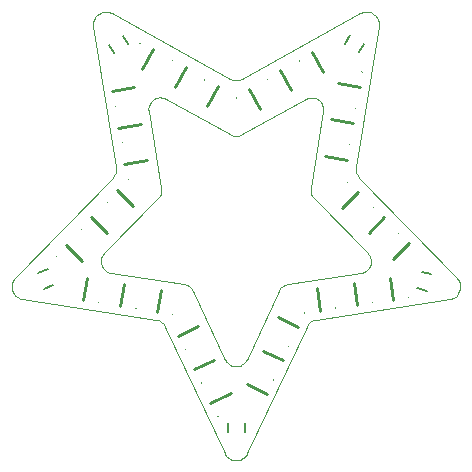
<source format=gto>
G04*
G04 #@! TF.GenerationSoftware,Altium Limited,Altium Designer,22.10.1 (41)*
G04*
G04 Layer_Color=65535*
%FSLAX25Y25*%
%MOIN*%
G70*
G04*
G04 #@! TF.SameCoordinates,0AD24C9F-CA8A-4173-ACEB-545809BFA2C4*
G04*
G04*
G04 #@! TF.FilePolarity,Positive*
G04*
G01*
G75*
%ADD10C,0.00300*%
%ADD11C,0.00394*%
%ADD12C,0.00200*%
%ADD13C,0.01000*%
%ADD14C,0.00787*%
D10*
X156608Y17460D02*
X156484Y17483D01*
X174917Y29678D02*
X174978Y29568D01*
X185217Y51978D02*
X185278Y51868D01*
X195776Y53658D02*
X195718Y53546D01*
X207976Y55458D02*
X207917Y55346D01*
X220087Y57199D02*
X220028Y57087D01*
X216573Y78581D02*
X216697Y78601D01*
X208273Y86981D02*
X208397Y87002D01*
X199573Y95381D02*
X199697Y95402D01*
X200196Y108057D02*
X200284Y107966D01*
X202296Y120257D02*
X202383Y120166D01*
X204496Y132357D02*
X204584Y132266D01*
X183764Y135901D02*
X183779Y136026D01*
X173164Y129801D02*
X173179Y129926D01*
X162664Y123601D02*
X162679Y123726D01*
X152020Y129577D02*
X152135Y129629D01*
X141320Y135977D02*
X141435Y136029D01*
X130519Y141877D02*
X130634Y141929D01*
X122492Y120850D02*
X122379Y120904D01*
X124792Y108650D02*
X124679Y108704D01*
X180117Y40778D02*
X180178Y40668D01*
X126792Y96550D02*
X126679Y96604D01*
X119719Y88773D02*
X119699Y88897D01*
X111119Y79773D02*
X111099Y79897D01*
X102619Y70673D02*
X102599Y70797D01*
X116857Y55604D02*
X116766Y55516D01*
X129282Y53512D02*
X129192Y53424D01*
X141378Y51460D02*
X141287Y51372D01*
X145808Y39760D02*
X145684Y39783D01*
X151120Y28611D02*
X150996Y28635D01*
D11*
X97997Y62600D02*
D03*
X162997Y12000D02*
D03*
X227197Y62000D02*
D03*
X203197Y142900D02*
D03*
X122797Y142600D02*
D03*
D12*
X119622Y65587D02*
X119965Y65408D01*
X118884Y66152D02*
X119622Y65587D01*
X118653Y66398D02*
X118884Y66152D01*
X118456Y66647D02*
X118653Y66398D01*
X118263Y66939D02*
X118456Y66647D01*
X118027Y67398D02*
X118263Y66939D01*
X117713Y68582D02*
X118027Y67398D01*
X117691Y68932D02*
X117713Y68582D01*
X117699Y69250D02*
X117691Y68932D01*
X117733Y69576D02*
X117699Y69250D01*
X117832Y70041D02*
X117733Y69576D01*
X118154Y70837D02*
X117832Y70041D01*
X118261Y71023D02*
X118154Y70837D01*
X118349Y71160D02*
X118261Y71023D01*
X118427Y71272D02*
X118349Y71160D01*
X118499Y71368D02*
X118427Y71272D01*
X118568Y71455D02*
X118499Y71368D01*
X118634Y71534D02*
X118568Y71455D01*
X118696Y71605D02*
X118634Y71534D01*
X118754Y71668D02*
X118696Y71605D01*
X118814Y71730D02*
X118754Y71668D01*
X136682Y90043D02*
X137242Y90771D01*
X137619Y91608D01*
X137791Y92510D01*
X137750Y93427D01*
X133553Y119162D02*
X133566Y119074D01*
X133541Y119249D02*
X133553Y119162D01*
X133532Y119335D02*
X133541Y119249D01*
X133523Y119431D02*
X133532Y119335D01*
X133517Y119535D02*
X133523Y119431D01*
X133513Y119649D02*
X133517Y119535D01*
X133512Y119770D02*
X133513Y119649D01*
X133515Y119910D02*
X133512Y119770D01*
X133526Y120074D02*
X133515Y119910D01*
X133552Y120300D02*
X133526Y120074D01*
X134044Y121694D02*
X133552Y120300D01*
X134206Y121946D02*
X134044Y121694D01*
X134391Y122190D02*
X134206Y121946D01*
X134635Y122461D02*
X134391Y122190D01*
X136145Y123426D02*
X135336Y123028D01*
X134635Y122461D01*
X136437Y123518D02*
X136145Y123426D01*
X136729Y123585D02*
X136437Y123518D01*
X137052Y123633D02*
X136729Y123585D01*
X138437Y123526D02*
X137052Y123633D01*
X138596Y123480D02*
X138437Y123526D01*
X138728Y123436D02*
X138596Y123480D01*
X138842Y123394D02*
X138728Y123436D01*
X138947Y123352D02*
X138842Y123394D01*
X139044Y123310D02*
X138947Y123352D01*
X139131Y123270D02*
X139044Y123310D01*
X139209Y123231D02*
X139131Y123270D01*
X139287Y123191D02*
X139209Y123231D01*
X139356Y123154D02*
X139287Y123191D01*
X160771Y111316D02*
X161692Y110949D01*
X162676Y110825D01*
X163659Y110949D01*
X164580Y111316D01*
X186073Y123196D02*
X185995Y123154D01*
X186151Y123236D02*
X186073Y123196D01*
X186229Y123274D02*
X186151Y123236D01*
X186317Y123314D02*
X186229Y123274D01*
X186413Y123355D02*
X186317Y123314D01*
X186518Y123397D02*
X186413Y123355D01*
X186632Y123439D02*
X186518Y123397D01*
X186765Y123482D02*
X186632Y123439D01*
X186924Y123528D02*
X186765Y123482D01*
X187144Y123579D02*
X186924Y123528D01*
X188623Y123585D02*
X187144Y123579D01*
X188914Y123518D02*
X188623Y123585D01*
X189207Y123426D02*
X188914Y123518D01*
X189544Y123287D02*
X189207Y123426D01*
X190961Y122190D02*
X190314Y122818D01*
X189545Y123287D01*
X191146Y121946D02*
X190961Y122190D01*
X191307Y121694D02*
X191146Y121946D01*
X191461Y121406D02*
X191307Y121694D01*
X191826Y120065D02*
X191461Y121406D01*
X191836Y119900D02*
X191826Y120065D01*
X191840Y119761D02*
X191836Y119900D01*
X191839Y119639D02*
X191840Y119761D01*
X191834Y119526D02*
X191839Y119639D01*
X191827Y119421D02*
X191834Y119526D01*
X191819Y119326D02*
X191827Y119421D01*
X191809Y119239D02*
X191819Y119326D01*
X191797Y119152D02*
X191809Y119239D01*
X191786Y119074D02*
X191797Y119152D01*
X187602Y93427D02*
X187561Y92510D01*
X187733Y91608D01*
X188109Y90771D01*
X188670Y90043D01*
X206604Y71661D02*
X206538Y71730D01*
X206661Y71598D02*
X206604Y71661D01*
X206723Y71527D02*
X206661Y71598D01*
X206789Y71448D02*
X206723Y71527D01*
X206858Y71360D02*
X206789Y71448D01*
X206930Y71264D02*
X206858Y71360D01*
X207008Y71152D02*
X206930Y71264D01*
X207095Y71015D02*
X207008Y71152D01*
X207202Y70830D02*
X207095Y71015D01*
X207368Y70481D02*
X207202Y70830D01*
X207617Y69585D02*
X207368Y70481D01*
X207653Y69250D02*
X207617Y69585D01*
X207660Y68932D02*
X207653Y69250D01*
X207639Y68582D02*
X207660Y68932D01*
X207551Y68074D02*
X207639Y68582D01*
X207088Y66939D02*
X207551Y68074D01*
X206895Y66647D02*
X207088Y66939D01*
X206698Y66398D02*
X206895Y66647D01*
X206474Y66158D02*
X206698Y66398D01*
X206115Y65846D02*
X206474Y66158D01*
X205379Y65404D02*
X206115Y65846D01*
X205182Y65321D02*
X205379Y65404D01*
X205029Y65264D02*
X205182Y65321D01*
X204899Y65222D02*
X205029Y65264D01*
X204784Y65189D02*
X204899Y65222D01*
X204676Y65161D02*
X204784Y65189D01*
X204576Y65137D02*
X204676Y65161D01*
X204483Y65118D02*
X204576Y65137D01*
X204399Y65103D02*
X204483Y65118D01*
X204314Y65089D02*
X204399Y65103D01*
X179960Y61368D02*
X179033Y61107D01*
X178198Y60630D01*
X177503Y59964D01*
X176990Y59149D01*
X166201Y36163D02*
X166240Y36244D01*
X166165Y36093D02*
X166201Y36163D01*
X166123Y36015D02*
X166165Y36093D01*
X166080Y35938D02*
X166123Y36015D01*
X166031Y35855D02*
X166080Y35938D01*
X165975Y35765D02*
X166031Y35855D01*
X165912Y35670D02*
X165975Y35765D01*
X165836Y35562D02*
X165912Y35670D01*
X165746Y35443D02*
X165836Y35562D01*
X165627Y35302D02*
X165746Y35443D01*
X165434Y35096D02*
X165627Y35302D01*
X164483Y34410D02*
X165434Y35096D01*
X164208Y34283D02*
X164483Y34410D01*
X163941Y34184D02*
X164208Y34283D01*
X163644Y34098D02*
X163941Y34184D01*
X163256Y34022D02*
X163644Y34098D01*
X161708Y34098D02*
X162478Y33985D01*
X163256Y34022D01*
X161410Y34184D02*
X161708Y34098D01*
X161143Y34283D02*
X161410Y34184D01*
X160876Y34406D02*
X161143Y34283D01*
X160557Y34587D02*
X160876Y34406D01*
X159712Y35315D02*
X160557Y34587D01*
X159594Y35458D02*
X159712Y35315D01*
X159504Y35577D02*
X159594Y35458D01*
X159428Y35686D02*
X159504Y35577D01*
X159366Y35781D02*
X159428Y35686D01*
X159310Y35871D02*
X159366Y35781D01*
X159261Y35955D02*
X159310Y35871D01*
X159219Y36032D02*
X159261Y35955D01*
X159177Y36110D02*
X159219Y36032D01*
X159142Y36181D02*
X159177Y36110D01*
X148361Y59149D02*
X147848Y59964D01*
X147154Y60630D01*
X146318Y61107D01*
X145391Y61368D01*
X120943Y65104D02*
X121037Y65089D01*
X120859Y65120D02*
X120943Y65104D01*
X120766Y65139D02*
X120859Y65120D01*
X120666Y65163D02*
X120766Y65139D01*
X120558Y65191D02*
X120666Y65163D01*
X120444Y65225D02*
X120558Y65191D01*
X120314Y65267D02*
X120444Y65225D01*
X120161Y65324D02*
X120314Y65267D01*
X119965Y65408D02*
X120161Y65324D01*
X89188Y57510D02*
X89872Y56988D01*
X88946Y57760D02*
X89189Y57510D01*
X88742Y58007D02*
X88946Y57760D01*
X88549Y58283D02*
X88742Y58007D01*
X88338Y58651D02*
X88549Y58283D01*
X87880Y60335D02*
X88022Y59470D01*
X88338Y58651D01*
X87874Y60681D02*
X87880Y60335D01*
X87894Y61010D02*
X87874Y60681D01*
X87950Y61383D02*
X87894Y61010D01*
X88443Y62676D02*
X87950Y61383D01*
X88544Y62839D02*
X88443Y62676D01*
X88631Y62966D02*
X88544Y62839D01*
X88711Y63076D02*
X88631Y62966D01*
X88784Y63169D02*
X88711Y63076D01*
X88853Y63253D02*
X88784Y63169D01*
X88919Y63329D02*
X88853Y63253D01*
X88986Y63404D02*
X88919Y63329D01*
X89049Y63470D02*
X88986Y63404D01*
X121563Y96864D02*
X122157Y97637D01*
X122556Y98527D01*
X122739Y99484D01*
X122695Y100458D01*
X115045Y147460D02*
X115059Y147367D01*
X115033Y147552D02*
X115045Y147460D01*
X115023Y147644D02*
X115033Y147552D01*
X115014Y147746D02*
X115023Y147644D01*
X115007Y147857D02*
X115014Y147746D01*
X115003Y147977D02*
X115007Y147857D01*
X115002Y148106D02*
X115003Y147977D01*
X115006Y148254D02*
X115002Y148106D01*
X115017Y148429D02*
X115006Y148254D01*
X115045Y148669D02*
X115017Y148429D01*
X115589Y150188D02*
X115241Y149456D01*
X115045Y148669D01*
X115769Y150461D02*
X115589Y150188D01*
X115985Y150739D02*
X115769Y150461D01*
X116295Y151065D02*
X115985Y150739D01*
X117624Y151924D02*
X116919Y151557D01*
X116295Y151065D01*
X117938Y152038D02*
X117624Y151924D01*
X118234Y152120D02*
X117938Y152038D01*
X118546Y152181D02*
X118234Y152120D01*
X118936Y152224D02*
X118546Y152181D01*
X120128Y152118D02*
X118936Y152224D01*
X120315Y152068D02*
X120128Y152118D01*
X120465Y152022D02*
X120315Y152068D01*
X120596Y151976D02*
X120465Y152022D01*
X120707Y151933D02*
X120596Y151976D01*
X120809Y151890D02*
X120707Y151933D01*
X120902Y151849D02*
X120809Y151890D01*
X120994Y151805D02*
X120902Y151849D01*
X121077Y151763D02*
X120994Y151805D01*
X121150Y151725D02*
X121077Y151763D01*
X160657Y129841D02*
X161633Y129451D01*
X162676Y129318D01*
X163718Y129451D01*
X164694Y129840D01*
X204238Y151744D02*
X204155Y151700D01*
X204320Y151787D02*
X204238Y151744D01*
X204403Y151827D02*
X204320Y151787D01*
X204496Y151870D02*
X204403Y151827D01*
X204598Y151914D02*
X204496Y151870D01*
X204709Y151958D02*
X204598Y151914D01*
X204831Y152003D02*
X204709Y151958D01*
X204971Y152049D02*
X204831Y152003D01*
X205139Y152097D02*
X204971Y152049D01*
X205364Y152150D02*
X205139Y152097D01*
X206949Y152156D02*
X206156Y152231D01*
X205364Y152150D01*
X207249Y152086D02*
X206949Y152156D01*
X207551Y151992D02*
X207249Y152086D01*
X207893Y151853D02*
X207551Y151992D01*
X208466Y151534D02*
X207893Y151853D01*
X209246Y150873D02*
X208466Y151534D01*
X209491Y150584D02*
X209246Y150873D01*
X209680Y150319D02*
X209491Y150584D01*
X209853Y150030D02*
X209680Y150319D01*
X210035Y149650D02*
X209853Y150030D01*
X210323Y148545D02*
X210035Y149650D01*
X210341Y148342D02*
X210323Y148545D01*
X210349Y148175D02*
X210341Y148342D01*
X210350Y148037D02*
X210349Y148175D01*
X210347Y147907D02*
X210350Y148037D01*
X210341Y147796D02*
X210347Y147907D01*
X210333Y147695D02*
X210341Y147796D01*
X210323Y147593D02*
X210333Y147695D01*
X210312Y147501D02*
X210323Y147593D01*
X210299Y147408D02*
X210312Y147501D01*
X202656Y100458D02*
X202613Y99484D01*
X202795Y98527D01*
X203194Y97637D01*
X203788Y96864D01*
X236358Y63411D02*
X236288Y63485D01*
X236426Y63336D02*
X236358Y63411D01*
X236492Y63261D02*
X236426Y63336D01*
X236561Y63177D02*
X236492Y63261D01*
X236634Y63084D02*
X236561Y63177D01*
X236715Y62974D02*
X236634Y63084D01*
X236803Y62846D02*
X236715Y62974D01*
X236899Y62693D02*
X236803Y62846D01*
X237019Y62478D02*
X236899Y62693D01*
X237461Y60966D02*
X237314Y61744D01*
X237019Y62478D01*
X237479Y60628D02*
X237461Y60966D01*
X237467Y60273D02*
X237479Y60628D01*
X237408Y59818D02*
X237467Y60273D01*
X236840Y58343D02*
X237193Y59054D01*
X237408Y59818D01*
X236647Y58057D02*
X236840Y58343D01*
X236447Y57807D02*
X236647Y58057D01*
X236214Y57560D02*
X236447Y57807D01*
X235869Y57257D02*
X236214Y57560D01*
X235017Y56746D02*
X235869Y57257D01*
X234816Y56663D02*
X235017Y56746D01*
X234653Y56605D02*
X234816Y56663D01*
X234514Y56561D02*
X234653Y56605D01*
X234392Y56526D02*
X234514Y56561D01*
X234277Y56498D02*
X234392Y56526D01*
X234170Y56474D02*
X234277Y56498D01*
X234072Y56454D02*
X234170Y56474D01*
X233982Y56439D02*
X234072Y56454D01*
X189377Y49609D02*
X188394Y49332D01*
X187508Y48825D01*
X186772Y48117D01*
X186230Y47252D01*
X166412Y4944D02*
X166453Y5030D01*
X166374Y4869D02*
X166412Y4944D01*
X166330Y4786D02*
X166374Y4869D01*
X166285Y4705D02*
X166330Y4786D01*
X166232Y4617D02*
X166285Y4705D01*
X166173Y4521D02*
X166232Y4617D01*
X166106Y4420D02*
X166173Y4521D01*
X166031Y4314D02*
X166106Y4420D01*
X165936Y4187D02*
X166031Y4314D01*
X165817Y4044D02*
X165936Y4187D01*
X165633Y3844D02*
X165817Y4044D01*
X164501Y3037D02*
X165633Y3844D01*
X164206Y2910D02*
X164501Y3037D01*
X163904Y2806D02*
X164206Y2910D01*
X163560Y2717D02*
X163904Y2806D01*
X163020Y2639D02*
X163560Y2717D01*
X161792D02*
X163020Y2639D01*
X161448Y2806D02*
X161792Y2717D01*
X161154Y2906D02*
X161448Y2806D01*
X160867Y3029D02*
X161154Y2906D01*
X160541Y3202D02*
X160867Y3029D01*
X159522Y4058D02*
X160541Y3202D01*
X159404Y4203D02*
X159522Y4058D01*
X159308Y4330D02*
X159404Y4203D01*
X159234Y4437D02*
X159308Y4330D01*
X159167Y4538D02*
X159234Y4437D01*
X159108Y4634D02*
X159167Y4538D01*
X159057Y4723D02*
X159108Y4634D01*
X159012Y4805D02*
X159057Y4723D01*
X158968Y4888D02*
X159012Y4805D01*
X158930Y4963D02*
X158968Y4888D01*
X139122Y47252D02*
X138579Y48117D01*
X137843Y48825D01*
X136957Y49332D01*
X135975Y49609D01*
X91320Y56447D02*
X91420Y56431D01*
X91230Y56464D02*
X91320Y56447D01*
X91133Y56484D02*
X91230Y56464D01*
X91026Y56509D02*
X91133Y56484D01*
X90912Y56539D02*
X91026Y56509D01*
X90790Y56575D02*
X90912Y56539D01*
X90653Y56620D02*
X90790Y56575D01*
X90491Y56680D02*
X90653Y56620D01*
X90283Y56770D02*
X90491Y56680D01*
X89872Y56988D02*
X90283Y56770D01*
X118814Y71730D02*
X136682Y90043D01*
X133566Y119074D02*
X137750Y93427D01*
X139356Y123154D02*
X160771Y111316D01*
X164580D02*
X185995Y123154D01*
X187602Y93427D02*
X191786Y119074D01*
X188670Y90043D02*
X206538Y71730D01*
X179960Y61368D02*
X204314Y65089D01*
X166240Y36244D02*
X176990Y59149D01*
X159112Y36244D02*
X159142Y36181D01*
X148361Y59149D02*
X159112Y36244D01*
X121037Y65089D02*
X145391Y61368D01*
X89049Y63470D02*
X89063Y63485D01*
X121563Y96864D01*
X115059Y147367D02*
X122695Y100458D01*
X121151Y151725D02*
X121196Y151700D01*
X160657Y129841D01*
X164694Y129840D02*
X204155Y151700D01*
X210292Y147367D02*
X210299Y147408D01*
X202656Y100458D02*
X210292Y147367D01*
X203788Y96864D02*
X236288Y63485D01*
X233932Y56431D02*
X233982Y56439D01*
X189377Y49609D02*
X233932Y56431D01*
X166453Y5030D02*
X186230Y47252D01*
X158898Y5030D02*
X158930Y4963D01*
X139122Y47252D02*
X158898Y5030D01*
X91420Y56431D02*
X135975Y49609D01*
D13*
X154088Y21932D02*
X160867Y25093D01*
X166331Y28034D02*
X173110Y24873D01*
X176631Y50334D02*
X183411Y47173D01*
X189722Y59963D02*
X190763Y52556D01*
X201922Y61763D02*
X202963Y54356D01*
X214032Y63504D02*
X215073Y56096D01*
X215181Y69951D02*
X220470Y75241D01*
X206881Y78351D02*
X212170Y83641D01*
X198181Y86751D02*
X203470Y92041D01*
X192328Y104247D02*
X199695Y102948D01*
X194428Y116447D02*
X201795Y115148D01*
X196628Y128547D02*
X203995Y127248D01*
X188049Y138726D02*
X191676Y132184D01*
X177449Y132626D02*
X181076Y126084D01*
X166949Y126426D02*
X170576Y119884D01*
X152909Y120881D02*
X156649Y127359D01*
X142209Y127281D02*
X145949Y133759D01*
X131409Y133181D02*
X135149Y139659D01*
X121216Y125822D02*
X128582Y127120D01*
X123516Y113622D02*
X130882Y114920D01*
X171531Y39134D02*
X178311Y35973D01*
X125516Y101522D02*
X132882Y102821D01*
X123059Y92670D02*
X128349Y87381D01*
X114459Y83670D02*
X119749Y78381D01*
X105959Y74570D02*
X111249Y69281D01*
X111748Y56105D02*
X113047Y63472D01*
X124174Y54013D02*
X125473Y61379D01*
X136269Y51961D02*
X137568Y59328D01*
X143288Y44232D02*
X150067Y47393D01*
X148600Y33084D02*
X155380Y36245D01*
D14*
X96824Y65282D02*
X99876Y66393D01*
X98776Y59918D02*
X101828Y61029D01*
X159946Y15248D02*
X159946Y12000D01*
X165654Y12000D02*
X165654Y15248D01*
X223124Y60084D02*
X226261Y59243D01*
X224601Y65598D02*
X227739Y64757D01*
X203848Y138660D02*
X205472Y141473D01*
X198904Y141514D02*
X200528Y144327D01*
X124938Y144237D02*
X126801Y141577D01*
X120262Y140963D02*
X122125Y138302D01*
M02*

</source>
